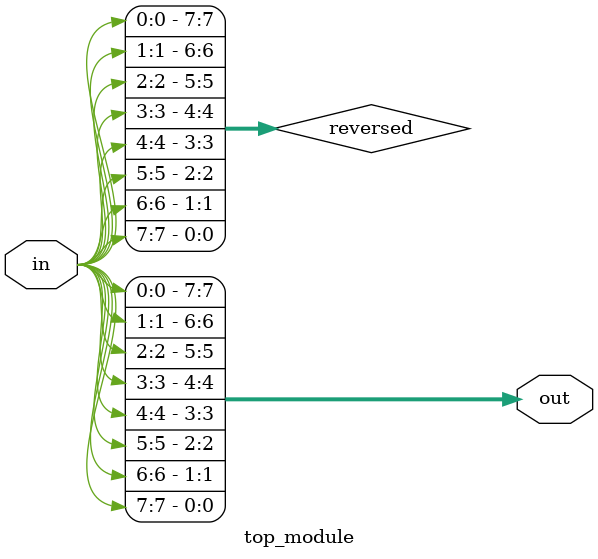
<source format=sv>
module top_module (
	input [7:0] in,
	output [7:0] out
);

	// Declare an 8-bit wire to store the reversed value
	wire [7:0] reversed;

	// Assign the reversed value to the output wire
	assign out = reversed;

	// Reverse the input bit ordering
	assign reversed[0] = in[7];
	assign reversed[1] = in[6];
	assign reversed[2] = in[5];
	assign reversed[3] = in[4];
	assign reversed[4] = in[3];
	assign reversed[5] = in[2];
	assign reversed[6] = in[1];
	assign reversed[7] = in[0];

endmodule

</source>
